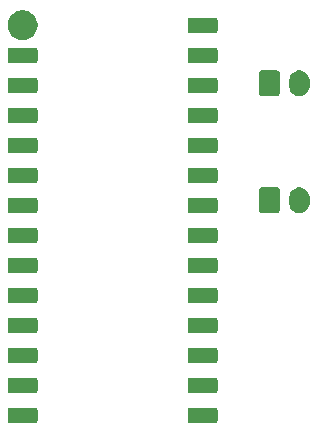
<source format=gbs>
G04 #@! TF.GenerationSoftware,KiCad,Pcbnew,9.0.2*
G04 #@! TF.CreationDate,2025-06-20T10:59:14-07:00*
G04 #@! TF.ProjectId,fsrPrototype1,66737250-726f-4746-9f74-797065312e6b,rev?*
G04 #@! TF.SameCoordinates,Original*
G04 #@! TF.FileFunction,Soldermask,Bot*
G04 #@! TF.FilePolarity,Negative*
%FSLAX46Y46*%
G04 Gerber Fmt 4.6, Leading zero omitted, Abs format (unit mm)*
G04 Created by KiCad (PCBNEW 9.0.2) date 2025-06-20 10:59:14*
%MOMM*%
%LPD*%
G01*
G04 APERTURE LIST*
G04 APERTURE END LIST*
G36*
X45812401Y-89979501D02*
G01*
X45874204Y-90020796D01*
X45915499Y-90082599D01*
X45930000Y-90155500D01*
X45930000Y-91044500D01*
X45915499Y-91117401D01*
X45874204Y-91179204D01*
X45812401Y-91220499D01*
X45739500Y-91235000D01*
X43580500Y-91235000D01*
X43507599Y-91220499D01*
X43445796Y-91179204D01*
X43404501Y-91117401D01*
X43390000Y-91044500D01*
X43390000Y-90155500D01*
X43404501Y-90082599D01*
X43445796Y-90020796D01*
X43507599Y-89979501D01*
X43580500Y-89965000D01*
X45739500Y-89965000D01*
X45812401Y-89979501D01*
G37*
G36*
X61052401Y-89979501D02*
G01*
X61114204Y-90020796D01*
X61155499Y-90082599D01*
X61170000Y-90155500D01*
X61170000Y-91044500D01*
X61155499Y-91117401D01*
X61114204Y-91179204D01*
X61052401Y-91220499D01*
X60979500Y-91235000D01*
X58820500Y-91235000D01*
X58747599Y-91220499D01*
X58685796Y-91179204D01*
X58644501Y-91117401D01*
X58630000Y-91044500D01*
X58630000Y-90155500D01*
X58644501Y-90082599D01*
X58685796Y-90020796D01*
X58747599Y-89979501D01*
X58820500Y-89965000D01*
X60979500Y-89965000D01*
X61052401Y-89979501D01*
G37*
G36*
X45812401Y-87439501D02*
G01*
X45874204Y-87480796D01*
X45915499Y-87542599D01*
X45930000Y-87615500D01*
X45930000Y-88504500D01*
X45915499Y-88577401D01*
X45874204Y-88639204D01*
X45812401Y-88680499D01*
X45739500Y-88695000D01*
X43580500Y-88695000D01*
X43507599Y-88680499D01*
X43445796Y-88639204D01*
X43404501Y-88577401D01*
X43390000Y-88504500D01*
X43390000Y-87615500D01*
X43404501Y-87542599D01*
X43445796Y-87480796D01*
X43507599Y-87439501D01*
X43580500Y-87425000D01*
X45739500Y-87425000D01*
X45812401Y-87439501D01*
G37*
G36*
X61052401Y-87439501D02*
G01*
X61114204Y-87480796D01*
X61155499Y-87542599D01*
X61170000Y-87615500D01*
X61170000Y-88504500D01*
X61155499Y-88577401D01*
X61114204Y-88639204D01*
X61052401Y-88680499D01*
X60979500Y-88695000D01*
X58820500Y-88695000D01*
X58747599Y-88680499D01*
X58685796Y-88639204D01*
X58644501Y-88577401D01*
X58630000Y-88504500D01*
X58630000Y-87615500D01*
X58644501Y-87542599D01*
X58685796Y-87480796D01*
X58747599Y-87439501D01*
X58820500Y-87425000D01*
X60979500Y-87425000D01*
X61052401Y-87439501D01*
G37*
G36*
X45812401Y-84899501D02*
G01*
X45874204Y-84940796D01*
X45915499Y-85002599D01*
X45930000Y-85075500D01*
X45930000Y-85964500D01*
X45915499Y-86037401D01*
X45874204Y-86099204D01*
X45812401Y-86140499D01*
X45739500Y-86155000D01*
X43580500Y-86155000D01*
X43507599Y-86140499D01*
X43445796Y-86099204D01*
X43404501Y-86037401D01*
X43390000Y-85964500D01*
X43390000Y-85075500D01*
X43404501Y-85002599D01*
X43445796Y-84940796D01*
X43507599Y-84899501D01*
X43580500Y-84885000D01*
X45739500Y-84885000D01*
X45812401Y-84899501D01*
G37*
G36*
X61052401Y-84899501D02*
G01*
X61114204Y-84940796D01*
X61155499Y-85002599D01*
X61170000Y-85075500D01*
X61170000Y-85964500D01*
X61155499Y-86037401D01*
X61114204Y-86099204D01*
X61052401Y-86140499D01*
X60979500Y-86155000D01*
X58820500Y-86155000D01*
X58747599Y-86140499D01*
X58685796Y-86099204D01*
X58644501Y-86037401D01*
X58630000Y-85964500D01*
X58630000Y-85075500D01*
X58644501Y-85002599D01*
X58685796Y-84940796D01*
X58747599Y-84899501D01*
X58820500Y-84885000D01*
X60979500Y-84885000D01*
X61052401Y-84899501D01*
G37*
G36*
X45812401Y-82359501D02*
G01*
X45874204Y-82400796D01*
X45915499Y-82462599D01*
X45930000Y-82535500D01*
X45930000Y-83424500D01*
X45915499Y-83497401D01*
X45874204Y-83559204D01*
X45812401Y-83600499D01*
X45739500Y-83615000D01*
X43580500Y-83615000D01*
X43507599Y-83600499D01*
X43445796Y-83559204D01*
X43404501Y-83497401D01*
X43390000Y-83424500D01*
X43390000Y-82535500D01*
X43404501Y-82462599D01*
X43445796Y-82400796D01*
X43507599Y-82359501D01*
X43580500Y-82345000D01*
X45739500Y-82345000D01*
X45812401Y-82359501D01*
G37*
G36*
X61052401Y-82359501D02*
G01*
X61114204Y-82400796D01*
X61155499Y-82462599D01*
X61170000Y-82535500D01*
X61170000Y-83424500D01*
X61155499Y-83497401D01*
X61114204Y-83559204D01*
X61052401Y-83600499D01*
X60979500Y-83615000D01*
X58820500Y-83615000D01*
X58747599Y-83600499D01*
X58685796Y-83559204D01*
X58644501Y-83497401D01*
X58630000Y-83424500D01*
X58630000Y-82535500D01*
X58644501Y-82462599D01*
X58685796Y-82400796D01*
X58747599Y-82359501D01*
X58820500Y-82345000D01*
X60979500Y-82345000D01*
X61052401Y-82359501D01*
G37*
G36*
X45812401Y-79819501D02*
G01*
X45874204Y-79860796D01*
X45915499Y-79922599D01*
X45930000Y-79995500D01*
X45930000Y-80884500D01*
X45915499Y-80957401D01*
X45874204Y-81019204D01*
X45812401Y-81060499D01*
X45739500Y-81075000D01*
X43580500Y-81075000D01*
X43507599Y-81060499D01*
X43445796Y-81019204D01*
X43404501Y-80957401D01*
X43390000Y-80884500D01*
X43390000Y-79995500D01*
X43404501Y-79922599D01*
X43445796Y-79860796D01*
X43507599Y-79819501D01*
X43580500Y-79805000D01*
X45739500Y-79805000D01*
X45812401Y-79819501D01*
G37*
G36*
X61052401Y-79819501D02*
G01*
X61114204Y-79860796D01*
X61155499Y-79922599D01*
X61170000Y-79995500D01*
X61170000Y-80884500D01*
X61155499Y-80957401D01*
X61114204Y-81019204D01*
X61052401Y-81060499D01*
X60979500Y-81075000D01*
X58820500Y-81075000D01*
X58747599Y-81060499D01*
X58685796Y-81019204D01*
X58644501Y-80957401D01*
X58630000Y-80884500D01*
X58630000Y-79995500D01*
X58644501Y-79922599D01*
X58685796Y-79860796D01*
X58747599Y-79819501D01*
X58820500Y-79805000D01*
X60979500Y-79805000D01*
X61052401Y-79819501D01*
G37*
G36*
X45812401Y-77279501D02*
G01*
X45874204Y-77320796D01*
X45915499Y-77382599D01*
X45930000Y-77455500D01*
X45930000Y-78344500D01*
X45915499Y-78417401D01*
X45874204Y-78479204D01*
X45812401Y-78520499D01*
X45739500Y-78535000D01*
X43580500Y-78535000D01*
X43507599Y-78520499D01*
X43445796Y-78479204D01*
X43404501Y-78417401D01*
X43390000Y-78344500D01*
X43390000Y-77455500D01*
X43404501Y-77382599D01*
X43445796Y-77320796D01*
X43507599Y-77279501D01*
X43580500Y-77265000D01*
X45739500Y-77265000D01*
X45812401Y-77279501D01*
G37*
G36*
X61052401Y-77279501D02*
G01*
X61114204Y-77320796D01*
X61155499Y-77382599D01*
X61170000Y-77455500D01*
X61170000Y-78344500D01*
X61155499Y-78417401D01*
X61114204Y-78479204D01*
X61052401Y-78520499D01*
X60979500Y-78535000D01*
X58820500Y-78535000D01*
X58747599Y-78520499D01*
X58685796Y-78479204D01*
X58644501Y-78417401D01*
X58630000Y-78344500D01*
X58630000Y-77455500D01*
X58644501Y-77382599D01*
X58685796Y-77320796D01*
X58747599Y-77279501D01*
X58820500Y-77265000D01*
X60979500Y-77265000D01*
X61052401Y-77279501D01*
G37*
G36*
X45812401Y-74739501D02*
G01*
X45874204Y-74780796D01*
X45915499Y-74842599D01*
X45930000Y-74915500D01*
X45930000Y-75804500D01*
X45915499Y-75877401D01*
X45874204Y-75939204D01*
X45812401Y-75980499D01*
X45739500Y-75995000D01*
X43580500Y-75995000D01*
X43507599Y-75980499D01*
X43445796Y-75939204D01*
X43404501Y-75877401D01*
X43390000Y-75804500D01*
X43390000Y-74915500D01*
X43404501Y-74842599D01*
X43445796Y-74780796D01*
X43507599Y-74739501D01*
X43580500Y-74725000D01*
X45739500Y-74725000D01*
X45812401Y-74739501D01*
G37*
G36*
X61052401Y-74739501D02*
G01*
X61114204Y-74780796D01*
X61155499Y-74842599D01*
X61170000Y-74915500D01*
X61170000Y-75804500D01*
X61155499Y-75877401D01*
X61114204Y-75939204D01*
X61052401Y-75980499D01*
X60979500Y-75995000D01*
X58820500Y-75995000D01*
X58747599Y-75980499D01*
X58685796Y-75939204D01*
X58644501Y-75877401D01*
X58630000Y-75804500D01*
X58630000Y-74915500D01*
X58644501Y-74842599D01*
X58685796Y-74780796D01*
X58747599Y-74739501D01*
X58820500Y-74725000D01*
X60979500Y-74725000D01*
X61052401Y-74739501D01*
G37*
G36*
X66184850Y-71305964D02*
G01*
X66235040Y-71311787D01*
X66252189Y-71319359D01*
X66275671Y-71324030D01*
X66300810Y-71340827D01*
X66320696Y-71349608D01*
X66334277Y-71363189D01*
X66356777Y-71378223D01*
X66371810Y-71400722D01*
X66385391Y-71414303D01*
X66394170Y-71434186D01*
X66410970Y-71459329D01*
X66415641Y-71482812D01*
X66423212Y-71499959D01*
X66429033Y-71550139D01*
X66430000Y-71555000D01*
X66430000Y-73245000D01*
X66429032Y-73249863D01*
X66423212Y-73300040D01*
X66415641Y-73317185D01*
X66410970Y-73340671D01*
X66394169Y-73365815D01*
X66385391Y-73385696D01*
X66371812Y-73399274D01*
X66356777Y-73421777D01*
X66334274Y-73436812D01*
X66320696Y-73450391D01*
X66300815Y-73459169D01*
X66275671Y-73475970D01*
X66252185Y-73480641D01*
X66235040Y-73488212D01*
X66184861Y-73494032D01*
X66180000Y-73495000D01*
X64940000Y-73495000D01*
X64935138Y-73494032D01*
X64884959Y-73488212D01*
X64867812Y-73480641D01*
X64844329Y-73475970D01*
X64819186Y-73459170D01*
X64799303Y-73450391D01*
X64785722Y-73436810D01*
X64763223Y-73421777D01*
X64748189Y-73399277D01*
X64734608Y-73385696D01*
X64725827Y-73365810D01*
X64709030Y-73340671D01*
X64704359Y-73317189D01*
X64696787Y-73300040D01*
X64690964Y-73249849D01*
X64690000Y-73245000D01*
X64690000Y-71555000D01*
X64690964Y-71550150D01*
X64696787Y-71499959D01*
X64704359Y-71482808D01*
X64709030Y-71459329D01*
X64725826Y-71434191D01*
X64734608Y-71414303D01*
X64748191Y-71400719D01*
X64763223Y-71378223D01*
X64785719Y-71363191D01*
X64799303Y-71349608D01*
X64819191Y-71340826D01*
X64844329Y-71324030D01*
X64867808Y-71319359D01*
X64884959Y-71311787D01*
X64935151Y-71305964D01*
X64940000Y-71305000D01*
X66180000Y-71305000D01*
X66184850Y-71305964D01*
G37*
G36*
X68352548Y-71342462D02*
G01*
X68510115Y-71407729D01*
X68651922Y-71502481D01*
X68772519Y-71623078D01*
X68867271Y-71764885D01*
X68932538Y-71922452D01*
X68965811Y-72089725D01*
X68970000Y-72175000D01*
X68970000Y-72625000D01*
X68965811Y-72710275D01*
X68932538Y-72877548D01*
X68867271Y-73035115D01*
X68772519Y-73176922D01*
X68651922Y-73297519D01*
X68510115Y-73392271D01*
X68352548Y-73457538D01*
X68185275Y-73490811D01*
X68014725Y-73490811D01*
X67847452Y-73457538D01*
X67689885Y-73392271D01*
X67548078Y-73297519D01*
X67427481Y-73176922D01*
X67332729Y-73035115D01*
X67267462Y-72877548D01*
X67234189Y-72710275D01*
X67230000Y-72625000D01*
X67230000Y-72175000D01*
X67234189Y-72089725D01*
X67267462Y-71922452D01*
X67332729Y-71764885D01*
X67427481Y-71623078D01*
X67548078Y-71502481D01*
X67689885Y-71407729D01*
X67847452Y-71342462D01*
X68014725Y-71309189D01*
X68185275Y-71309189D01*
X68352548Y-71342462D01*
G37*
G36*
X45812401Y-72199501D02*
G01*
X45874204Y-72240796D01*
X45915499Y-72302599D01*
X45930000Y-72375500D01*
X45930000Y-73264500D01*
X45915499Y-73337401D01*
X45874204Y-73399204D01*
X45812401Y-73440499D01*
X45739500Y-73455000D01*
X43580500Y-73455000D01*
X43507599Y-73440499D01*
X43445796Y-73399204D01*
X43404501Y-73337401D01*
X43390000Y-73264500D01*
X43390000Y-72375500D01*
X43404501Y-72302599D01*
X43445796Y-72240796D01*
X43507599Y-72199501D01*
X43580500Y-72185000D01*
X45739500Y-72185000D01*
X45812401Y-72199501D01*
G37*
G36*
X61052401Y-72199501D02*
G01*
X61114204Y-72240796D01*
X61155499Y-72302599D01*
X61170000Y-72375500D01*
X61170000Y-73264500D01*
X61155499Y-73337401D01*
X61114204Y-73399204D01*
X61052401Y-73440499D01*
X60979500Y-73455000D01*
X58820500Y-73455000D01*
X58747599Y-73440499D01*
X58685796Y-73399204D01*
X58644501Y-73337401D01*
X58630000Y-73264500D01*
X58630000Y-72375500D01*
X58644501Y-72302599D01*
X58685796Y-72240796D01*
X58747599Y-72199501D01*
X58820500Y-72185000D01*
X60979500Y-72185000D01*
X61052401Y-72199501D01*
G37*
G36*
X45812401Y-69659501D02*
G01*
X45874204Y-69700796D01*
X45915499Y-69762599D01*
X45930000Y-69835500D01*
X45930000Y-70724500D01*
X45915499Y-70797401D01*
X45874204Y-70859204D01*
X45812401Y-70900499D01*
X45739500Y-70915000D01*
X43580500Y-70915000D01*
X43507599Y-70900499D01*
X43445796Y-70859204D01*
X43404501Y-70797401D01*
X43390000Y-70724500D01*
X43390000Y-69835500D01*
X43404501Y-69762599D01*
X43445796Y-69700796D01*
X43507599Y-69659501D01*
X43580500Y-69645000D01*
X45739500Y-69645000D01*
X45812401Y-69659501D01*
G37*
G36*
X61052401Y-69659501D02*
G01*
X61114204Y-69700796D01*
X61155499Y-69762599D01*
X61170000Y-69835500D01*
X61170000Y-70724500D01*
X61155499Y-70797401D01*
X61114204Y-70859204D01*
X61052401Y-70900499D01*
X60979500Y-70915000D01*
X58820500Y-70915000D01*
X58747599Y-70900499D01*
X58685796Y-70859204D01*
X58644501Y-70797401D01*
X58630000Y-70724500D01*
X58630000Y-69835500D01*
X58644501Y-69762599D01*
X58685796Y-69700796D01*
X58747599Y-69659501D01*
X58820500Y-69645000D01*
X60979500Y-69645000D01*
X61052401Y-69659501D01*
G37*
G36*
X45812401Y-67119501D02*
G01*
X45874204Y-67160796D01*
X45915499Y-67222599D01*
X45930000Y-67295500D01*
X45930000Y-68184500D01*
X45915499Y-68257401D01*
X45874204Y-68319204D01*
X45812401Y-68360499D01*
X45739500Y-68375000D01*
X43580500Y-68375000D01*
X43507599Y-68360499D01*
X43445796Y-68319204D01*
X43404501Y-68257401D01*
X43390000Y-68184500D01*
X43390000Y-67295500D01*
X43404501Y-67222599D01*
X43445796Y-67160796D01*
X43507599Y-67119501D01*
X43580500Y-67105000D01*
X45739500Y-67105000D01*
X45812401Y-67119501D01*
G37*
G36*
X61052401Y-67119501D02*
G01*
X61114204Y-67160796D01*
X61155499Y-67222599D01*
X61170000Y-67295500D01*
X61170000Y-68184500D01*
X61155499Y-68257401D01*
X61114204Y-68319204D01*
X61052401Y-68360499D01*
X60979500Y-68375000D01*
X58820500Y-68375000D01*
X58747599Y-68360499D01*
X58685796Y-68319204D01*
X58644501Y-68257401D01*
X58630000Y-68184500D01*
X58630000Y-67295500D01*
X58644501Y-67222599D01*
X58685796Y-67160796D01*
X58747599Y-67119501D01*
X58820500Y-67105000D01*
X60979500Y-67105000D01*
X61052401Y-67119501D01*
G37*
G36*
X45812401Y-64579501D02*
G01*
X45874204Y-64620796D01*
X45915499Y-64682599D01*
X45930000Y-64755500D01*
X45930000Y-65644500D01*
X45915499Y-65717401D01*
X45874204Y-65779204D01*
X45812401Y-65820499D01*
X45739500Y-65835000D01*
X43580500Y-65835000D01*
X43507599Y-65820499D01*
X43445796Y-65779204D01*
X43404501Y-65717401D01*
X43390000Y-65644500D01*
X43390000Y-64755500D01*
X43404501Y-64682599D01*
X43445796Y-64620796D01*
X43507599Y-64579501D01*
X43580500Y-64565000D01*
X45739500Y-64565000D01*
X45812401Y-64579501D01*
G37*
G36*
X61052401Y-64579501D02*
G01*
X61114204Y-64620796D01*
X61155499Y-64682599D01*
X61170000Y-64755500D01*
X61170000Y-65644500D01*
X61155499Y-65717401D01*
X61114204Y-65779204D01*
X61052401Y-65820499D01*
X60979500Y-65835000D01*
X58820500Y-65835000D01*
X58747599Y-65820499D01*
X58685796Y-65779204D01*
X58644501Y-65717401D01*
X58630000Y-65644500D01*
X58630000Y-64755500D01*
X58644501Y-64682599D01*
X58685796Y-64620796D01*
X58747599Y-64579501D01*
X58820500Y-64565000D01*
X60979500Y-64565000D01*
X61052401Y-64579501D01*
G37*
G36*
X66184850Y-61405964D02*
G01*
X66235040Y-61411787D01*
X66252189Y-61419359D01*
X66275671Y-61424030D01*
X66300810Y-61440827D01*
X66320696Y-61449608D01*
X66334277Y-61463189D01*
X66356777Y-61478223D01*
X66371810Y-61500722D01*
X66385391Y-61514303D01*
X66394170Y-61534186D01*
X66410970Y-61559329D01*
X66415641Y-61582812D01*
X66423212Y-61599959D01*
X66429033Y-61650139D01*
X66430000Y-61655000D01*
X66430000Y-63345000D01*
X66429032Y-63349863D01*
X66423212Y-63400040D01*
X66415641Y-63417185D01*
X66410970Y-63440671D01*
X66394169Y-63465815D01*
X66385391Y-63485696D01*
X66371812Y-63499274D01*
X66356777Y-63521777D01*
X66334274Y-63536812D01*
X66320696Y-63550391D01*
X66300815Y-63559169D01*
X66275671Y-63575970D01*
X66252185Y-63580641D01*
X66235040Y-63588212D01*
X66184861Y-63594032D01*
X66180000Y-63595000D01*
X64940000Y-63595000D01*
X64935138Y-63594032D01*
X64884959Y-63588212D01*
X64867812Y-63580641D01*
X64844329Y-63575970D01*
X64819186Y-63559170D01*
X64799303Y-63550391D01*
X64785722Y-63536810D01*
X64763223Y-63521777D01*
X64748189Y-63499277D01*
X64734608Y-63485696D01*
X64725827Y-63465810D01*
X64709030Y-63440671D01*
X64704359Y-63417189D01*
X64696787Y-63400040D01*
X64690964Y-63349849D01*
X64690000Y-63345000D01*
X64690000Y-61655000D01*
X64690964Y-61650150D01*
X64696787Y-61599959D01*
X64704359Y-61582808D01*
X64709030Y-61559329D01*
X64725826Y-61534191D01*
X64734608Y-61514303D01*
X64748191Y-61500719D01*
X64763223Y-61478223D01*
X64785719Y-61463191D01*
X64799303Y-61449608D01*
X64819191Y-61440826D01*
X64844329Y-61424030D01*
X64867808Y-61419359D01*
X64884959Y-61411787D01*
X64935151Y-61405964D01*
X64940000Y-61405000D01*
X66180000Y-61405000D01*
X66184850Y-61405964D01*
G37*
G36*
X68352548Y-61442462D02*
G01*
X68510115Y-61507729D01*
X68651922Y-61602481D01*
X68772519Y-61723078D01*
X68867271Y-61864885D01*
X68932538Y-62022452D01*
X68965811Y-62189725D01*
X68970000Y-62275000D01*
X68970000Y-62725000D01*
X68965811Y-62810275D01*
X68932538Y-62977548D01*
X68867271Y-63135115D01*
X68772519Y-63276922D01*
X68651922Y-63397519D01*
X68510115Y-63492271D01*
X68352548Y-63557538D01*
X68185275Y-63590811D01*
X68014725Y-63590811D01*
X67847452Y-63557538D01*
X67689885Y-63492271D01*
X67548078Y-63397519D01*
X67427481Y-63276922D01*
X67332729Y-63135115D01*
X67267462Y-62977548D01*
X67234189Y-62810275D01*
X67230000Y-62725000D01*
X67230000Y-62275000D01*
X67234189Y-62189725D01*
X67267462Y-62022452D01*
X67332729Y-61864885D01*
X67427481Y-61723078D01*
X67548078Y-61602481D01*
X67689885Y-61507729D01*
X67847452Y-61442462D01*
X68014725Y-61409189D01*
X68185275Y-61409189D01*
X68352548Y-61442462D01*
G37*
G36*
X45812401Y-62039501D02*
G01*
X45874204Y-62080796D01*
X45915499Y-62142599D01*
X45930000Y-62215500D01*
X45930000Y-63104500D01*
X45915499Y-63177401D01*
X45874204Y-63239204D01*
X45812401Y-63280499D01*
X45739500Y-63295000D01*
X43580500Y-63295000D01*
X43507599Y-63280499D01*
X43445796Y-63239204D01*
X43404501Y-63177401D01*
X43390000Y-63104500D01*
X43390000Y-62215500D01*
X43404501Y-62142599D01*
X43445796Y-62080796D01*
X43507599Y-62039501D01*
X43580500Y-62025000D01*
X45739500Y-62025000D01*
X45812401Y-62039501D01*
G37*
G36*
X61052401Y-62039501D02*
G01*
X61114204Y-62080796D01*
X61155499Y-62142599D01*
X61170000Y-62215500D01*
X61170000Y-63104500D01*
X61155499Y-63177401D01*
X61114204Y-63239204D01*
X61052401Y-63280499D01*
X60979500Y-63295000D01*
X58820500Y-63295000D01*
X58747599Y-63280499D01*
X58685796Y-63239204D01*
X58644501Y-63177401D01*
X58630000Y-63104500D01*
X58630000Y-62215500D01*
X58644501Y-62142599D01*
X58685796Y-62080796D01*
X58747599Y-62039501D01*
X58820500Y-62025000D01*
X60979500Y-62025000D01*
X61052401Y-62039501D01*
G37*
G36*
X45812401Y-59499501D02*
G01*
X45874204Y-59540796D01*
X45915499Y-59602599D01*
X45930000Y-59675500D01*
X45930000Y-60564500D01*
X45915499Y-60637401D01*
X45874204Y-60699204D01*
X45812401Y-60740499D01*
X45739500Y-60755000D01*
X43580500Y-60755000D01*
X43507599Y-60740499D01*
X43445796Y-60699204D01*
X43404501Y-60637401D01*
X43390000Y-60564500D01*
X43390000Y-59675500D01*
X43404501Y-59602599D01*
X43445796Y-59540796D01*
X43507599Y-59499501D01*
X43580500Y-59485000D01*
X45739500Y-59485000D01*
X45812401Y-59499501D01*
G37*
G36*
X61052401Y-59499501D02*
G01*
X61114204Y-59540796D01*
X61155499Y-59602599D01*
X61170000Y-59675500D01*
X61170000Y-60564500D01*
X61155499Y-60637401D01*
X61114204Y-60699204D01*
X61052401Y-60740499D01*
X60979500Y-60755000D01*
X58820500Y-60755000D01*
X58747599Y-60740499D01*
X58685796Y-60699204D01*
X58644501Y-60637401D01*
X58630000Y-60564500D01*
X58630000Y-59675500D01*
X58644501Y-59602599D01*
X58685796Y-59540796D01*
X58747599Y-59499501D01*
X58820500Y-59485000D01*
X60979500Y-59485000D01*
X61052401Y-59499501D01*
G37*
G36*
X44956476Y-56345090D02*
G01*
X45146008Y-56406673D01*
X45323573Y-56497147D01*
X45484799Y-56614284D01*
X45625716Y-56755201D01*
X45742853Y-56916427D01*
X45833327Y-57093992D01*
X45894910Y-57283524D01*
X45926085Y-57480357D01*
X45926085Y-57679643D01*
X45894910Y-57876476D01*
X45833327Y-58066008D01*
X45742853Y-58243573D01*
X45625716Y-58404799D01*
X45484799Y-58545716D01*
X45323573Y-58662853D01*
X45146008Y-58753327D01*
X44956476Y-58814910D01*
X44759643Y-58846085D01*
X44560357Y-58846085D01*
X44363524Y-58814910D01*
X44173992Y-58753327D01*
X43996427Y-58662853D01*
X43835201Y-58545716D01*
X43694284Y-58404799D01*
X43577147Y-58243573D01*
X43486673Y-58066008D01*
X43425090Y-57876476D01*
X43393915Y-57679643D01*
X43393915Y-57480357D01*
X43425090Y-57283524D01*
X43486673Y-57093992D01*
X43577147Y-56916427D01*
X43694284Y-56755201D01*
X43835201Y-56614284D01*
X43996427Y-56497147D01*
X44173992Y-56406673D01*
X44363524Y-56345090D01*
X44560357Y-56313915D01*
X44759643Y-56313915D01*
X44956476Y-56345090D01*
G37*
G36*
X61052401Y-56959501D02*
G01*
X61114204Y-57000796D01*
X61155499Y-57062599D01*
X61170000Y-57135500D01*
X61170000Y-58024500D01*
X61155499Y-58097401D01*
X61114204Y-58159204D01*
X61052401Y-58200499D01*
X60979500Y-58215000D01*
X58820500Y-58215000D01*
X58747599Y-58200499D01*
X58685796Y-58159204D01*
X58644501Y-58097401D01*
X58630000Y-58024500D01*
X58630000Y-57135500D01*
X58644501Y-57062599D01*
X58685796Y-57000796D01*
X58747599Y-56959501D01*
X58820500Y-56945000D01*
X60979500Y-56945000D01*
X61052401Y-56959501D01*
G37*
M02*

</source>
